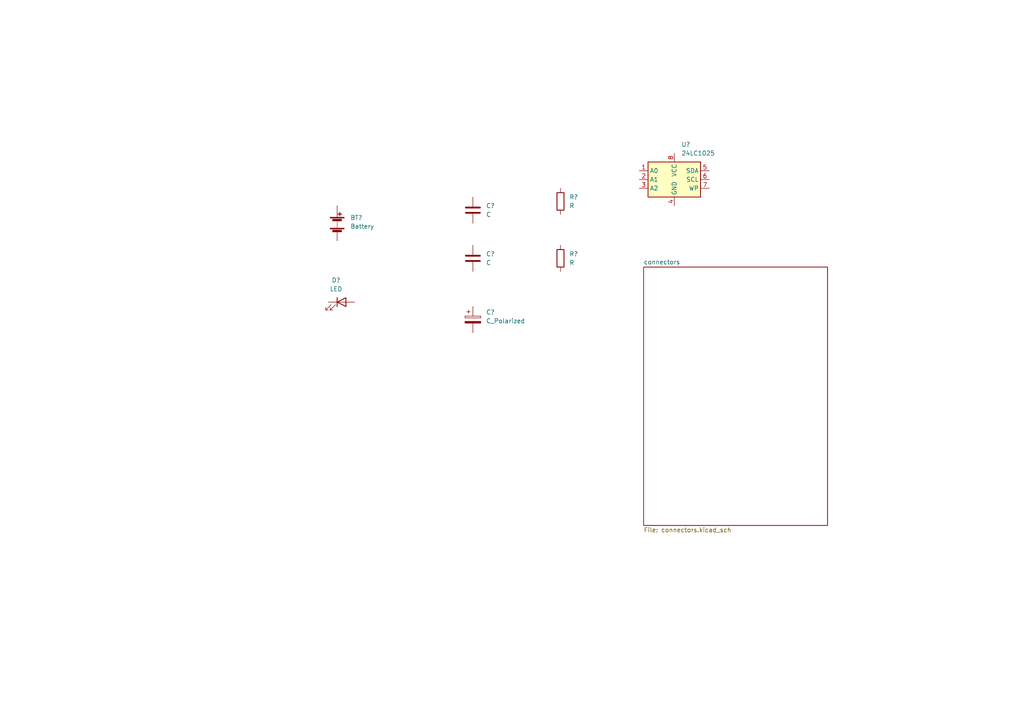
<source format=kicad_sch>
(kicad_sch (version 20211123) (generator eeschema)
  (paper "A4")
  (title_block (title "Arduino Clone ") (date "2022-09-12") (rev "0") (company "NanaHertz") (comment 1 "Designed by Bernard"))
  (lib_symbols
    (symbol "Device:Battery" (pin_numbers hide) (pin_names (offset 0) hide)
      (property "Reference" "BT" (at 2.54 2.54 0))
      (property "Value" "Battery" (at 2.54 0 0))
      (symbol "Battery_0_1"
        (rectangle (start -2.032 -1.397) (end 2.032 -1.651) (fill (type outline)))
        (rectangle (start -2.032 1.778) (end 2.032 1.524) (fill (type outline)))
        (rectangle (start -1.3208 -1.9812) (end 1.27 -2.4892) (fill (type outline)))
        (rectangle (start -1.3208 1.1938) (end 1.27 0.6858) (fill (type outline)))
        (polyline (pts (xy 0 -1.524) (xy 0 -1.27)))
        (polyline (pts (xy 0 -1.016) (xy 0 -0.762)))
        (polyline (pts (xy 0 -0.508) (xy 0 -0.254)))
        (polyline (pts (xy 0 0) (xy 0 0.254)))
        (polyline (pts (xy 0 0.508) (xy 0 0.762)))
        (polyline (pts (xy 0 1.778) (xy 0 2.54)))
        (polyline (pts (xy 0.254 2.667) (xy 1.27 2.667)) (stroke (width 0.254)))
        (polyline (pts (xy 0.762 3.175) (xy 0.762 2.159)) (stroke (width 0.254)))
      )
      (symbol "Battery_1_1"
        (pin passive line (at 0 5.08 270) (length 2.54) (name "+") (number "1"))
        (pin passive line (at 0 -5.08 90) (length 2.54) (name "-") (number "2"))
      )
    )
    (symbol "Device:C" (pin_numbers hide) (pin_names (offset 0.254))
      (property "Reference" "C" (at 0.635 2.54 0))
      (property "Value" "C" (at 0.635 -2.54 0))
      (symbol "C_0_1"
        (polyline (pts (xy -2.032 -0.762) (xy 2.032 -0.762)) (stroke (width 0.508)))
        (polyline (pts (xy -2.032 0.762) (xy 2.032 0.762)) (stroke (width 0.508)))
      )
      (symbol "C_1_1"
        (pin passive line (at 0 3.81 270) (length 2.794) (name "~") (number "1"))
        (pin passive line (at 0 -3.81 90) (length 2.794) (name "~") (number "2"))
      )
    )
    (symbol "Device:C_Polarized" (pin_numbers hide) (pin_names (offset 0.254))
      (property "Reference" "C" (at 0.635 2.54 0))
      (property "Value" "C_Polarized" (at 0.635 -2.54 0))
      (symbol "C_Polarized_0_1"
        (rectangle (start -2.286 0.508) (end 2.286 1.016))
        (polyline (pts (xy -1.778 2.286) (xy -0.762 2.286)))
        (polyline (pts (xy -1.27 2.794) (xy -1.27 1.778)))
        (rectangle (start 2.286 -0.508) (end -2.286 -1.016) (fill (type outline)))
      )
      (symbol "C_Polarized_1_1"
        (pin passive line (at 0 3.81 270) (length 2.794) (name "~") (number "1"))
        (pin passive line (at 0 -3.81 90) (length 2.794) (name "~") (number "2"))
      )
    )
    (symbol "Device:LED" (pin_numbers hide) (pin_names (offset 1.016) hide)
      (property "Reference" "D" (at 0 2.54 0))
      (property "Value" "LED" (at 0 -2.54 0))
      (symbol "LED_0_1"
        (polyline (pts (xy -1.27 -1.27) (xy -1.27 1.27)) (stroke (width 0.254)))
        (polyline (pts (xy -1.27 0) (xy 1.27 0)))
        (polyline (pts (xy 1.27 -1.27) (xy 1.27 1.27) (xy -1.27 0) (xy 1.27 -1.27)) (stroke (width 0.254)))
        (polyline (pts (xy -3.048 -0.762) (xy -4.572 -2.286) (xy -3.81 -2.286) (xy -4.572 -2.286) (xy -4.572 -1.524)))
        (polyline (pts (xy -1.778 -0.762) (xy -3.302 -2.286) (xy -2.54 -2.286) (xy -3.302 -2.286) (xy -3.302 -1.524)))
      )
      (symbol "LED_1_1"
        (pin passive line (at -3.81 0 0) (length 2.54) (name "K") (number "1"))
        (pin passive line (at 3.81 0 180) (length 2.54) (name "A") (number "2"))
      )
    )
    (symbol "Device:R" (pin_numbers hide) (pin_names (offset 0))
      (property "Reference" "R" (at 2.032 0 90))
      (property "Value" "R" (at 0 0 90))
      (symbol "R_0_1"
        (rectangle (start -1.016 -2.54) (end 1.016 2.54) (stroke (width 0.254)))
      )
      (symbol "R_1_1"
        (pin passive line (at 0 3.81 270) (length 1.27) (name "~") (number "1"))
        (pin passive line (at 0 -3.81 90) (length 1.27) (name "~") (number "2"))
      )
    )
    (symbol "Memory_EEPROM:24LC1025"
      (property "Reference" "U" (at -6.35 6.35 0))
      (property "Value" "24LC1025" (at 1.27 6.35 0))
      (symbol "24LC1025_1_1"
        (rectangle (start -7.62 5.08) (end 7.62 -5.08) (stroke (width 0.254)) (fill (type background)))
        (pin input line (at -10.16 2.54 0) (length 2.54) (name "A0") (number "1"))
        (pin input line (at -10.16 0 0) (length 2.54) (name "A1") (number "2"))
        (pin input line (at -10.16 -2.54 0) (length 2.54) (name "A2") (number "3"))
        (pin power_in line (at 0 -7.62 90) (length 2.54) (name "GND") (number "4"))
        (pin bidirectional line (at 10.16 2.54 180) (length 2.54) (name "SDA") (number "5"))
        (pin input line (at 10.16 0 180) (length 2.54) (name "SCL") (number "6"))
        (pin input line (at 10.16 -2.54 180) (length 2.54) (name "WP") (number "7"))
        (pin power_in line (at 0 7.62 270) (length 2.54) (name "VCC") (number "8"))
      )
    )
  )
  (symbol (lib_id "Device:C") (at 137.16 74.93 0) (unit 1)
    (property "Reference" "C?" (at 140.97 73.6599 0) (effects (justify left)))
    (property "Value" "C" (at 140.97 76.1999 0) (effects (justify left)))
  )
  (symbol (lib_id "Device:Battery") (at 97.79 64.77 0) (unit 1)
    (property "Reference" "BT?" (at 101.6 63.1189 0) (effects (justify left)))
    (property "Value" "Battery" (at 101.6 65.6589 0) (effects (justify left)))
  )
  (symbol (lib_id "Device:C") (at 137.16 60.96 0) (unit 1)
    (property "Reference" "C?" (at 140.97 59.6899 0) (effects (justify left)))
    (property "Value" "C" (at 140.97 62.2299 0) (effects (justify left)))
  )
  (symbol (lib_id "Device:LED") (at 99.06 87.63 0) (unit 1)
    (property "Reference" "D?" (at 97.4725 81.28 0))
    (property "Value" "LED" (at 97.4725 83.82 0))
  )
  (symbol (lib_id "Device:R") (at 162.56 74.93 0) (unit 1)
    (property "Reference" "R?" (at 165.1 73.6599 0) (effects (justify left)))
    (property "Value" "R" (at 165.1 76.1999 0) (effects (justify left)))
  )
  (symbol (lib_id "Device:R") (at 162.56 58.42 0) (unit 1)
    (property "Reference" "R?" (at 165.1 57.1499 0) (effects (justify left)))
    (property "Value" "R" (at 165.1 59.6899 0) (effects (justify left)))
  )
  (symbol (lib_id "Device:C_Polarized") (at 137.16 92.71 0) (unit 1)
    (property "Reference" "C?" (at 140.97 90.5509 0) (effects (justify left)))
    (property "Value" "C_Polarized" (at 140.97 93.0909 0) (effects (justify left)))
  )
  (symbol (lib_id "Memory_EEPROM:24LC1025") (at 195.58 52.07 0) (unit 1)
    (property "Reference" "U?" (at 197.5994 41.91 0) (effects (justify left)))
    (property "Value" "24LC1025" (at 197.5994 44.45 0) (effects (justify left)))
    (property "Datasheet" "http://ww1.microchip.com/downloads/en/DeviceDoc/21941B.pdf" (effects hide))
  )
  (sheet (at 186.69 77.47) (size 53.34 74.93) (stroke (width 0.1524))
    (property "Sheet name" "connectors" (at 186.69 76.7584 0) (effects (justify left bottom)))
    (property "Sheet file" "connectors.kicad_sch" (at 186.69 152.9846 0) (effects (justify left top)))
  )
)
</source>
